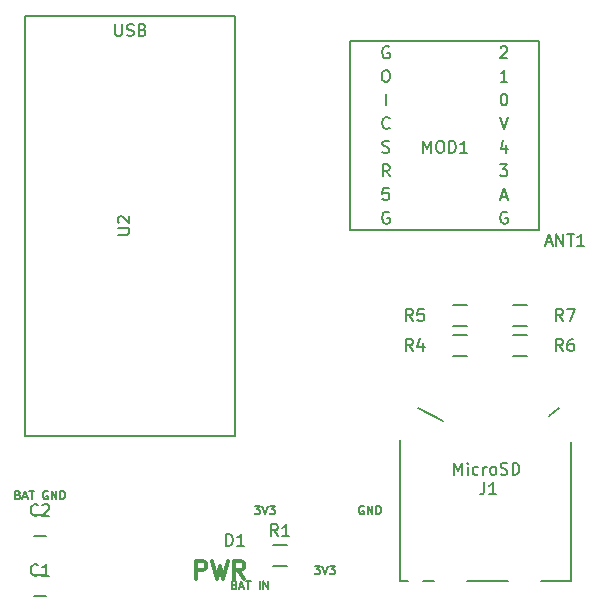
<source format=gto>
G04 #@! TF.FileFunction,Legend,Top*
%FSLAX46Y46*%
G04 Gerber Fmt 4.6, Leading zero omitted, Abs format (unit mm)*
G04 Created by KiCad (PCBNEW 4.0.2-stable) date Saturday, 16 July 2016 'pmt' 14:41:27*
%MOMM*%
G01*
G04 APERTURE LIST*
%ADD10C,0.100000*%
%ADD11C,0.175000*%
%ADD12C,0.300000*%
%ADD13C,0.150000*%
G04 APERTURE END LIST*
D10*
D11*
X72793333Y-69466667D02*
X73226666Y-69466667D01*
X72993333Y-69733333D01*
X73093333Y-69733333D01*
X73160000Y-69766667D01*
X73193333Y-69800000D01*
X73226666Y-69866667D01*
X73226666Y-70033333D01*
X73193333Y-70100000D01*
X73160000Y-70133333D01*
X73093333Y-70166667D01*
X72893333Y-70166667D01*
X72826666Y-70133333D01*
X72793333Y-70100000D01*
X73426667Y-69466667D02*
X73660000Y-70166667D01*
X73893333Y-69466667D01*
X74060000Y-69466667D02*
X74493333Y-69466667D01*
X74260000Y-69733333D01*
X74360000Y-69733333D01*
X74426667Y-69766667D01*
X74460000Y-69800000D01*
X74493333Y-69866667D01*
X74493333Y-70033333D01*
X74460000Y-70100000D01*
X74426667Y-70133333D01*
X74360000Y-70166667D01*
X74160000Y-70166667D01*
X74093333Y-70133333D01*
X74060000Y-70100000D01*
X67713333Y-64386667D02*
X68146666Y-64386667D01*
X67913333Y-64653333D01*
X68013333Y-64653333D01*
X68080000Y-64686667D01*
X68113333Y-64720000D01*
X68146666Y-64786667D01*
X68146666Y-64953333D01*
X68113333Y-65020000D01*
X68080000Y-65053333D01*
X68013333Y-65086667D01*
X67813333Y-65086667D01*
X67746666Y-65053333D01*
X67713333Y-65020000D01*
X68346667Y-64386667D02*
X68580000Y-65086667D01*
X68813333Y-64386667D01*
X68980000Y-64386667D02*
X69413333Y-64386667D01*
X69180000Y-64653333D01*
X69280000Y-64653333D01*
X69346667Y-64686667D01*
X69380000Y-64720000D01*
X69413333Y-64786667D01*
X69413333Y-64953333D01*
X69380000Y-65020000D01*
X69346667Y-65053333D01*
X69280000Y-65086667D01*
X69080000Y-65086667D01*
X69013333Y-65053333D01*
X68980000Y-65020000D01*
X76936667Y-64420000D02*
X76870001Y-64386667D01*
X76770001Y-64386667D01*
X76670001Y-64420000D01*
X76603334Y-64486667D01*
X76570001Y-64553333D01*
X76536667Y-64686667D01*
X76536667Y-64786667D01*
X76570001Y-64920000D01*
X76603334Y-64986667D01*
X76670001Y-65053333D01*
X76770001Y-65086667D01*
X76836667Y-65086667D01*
X76936667Y-65053333D01*
X76970001Y-65020000D01*
X76970001Y-64786667D01*
X76836667Y-64786667D01*
X77270001Y-65086667D02*
X77270001Y-64386667D01*
X77670001Y-65086667D01*
X77670001Y-64386667D01*
X78003334Y-65086667D02*
X78003334Y-64386667D01*
X78170000Y-64386667D01*
X78270000Y-64420000D01*
X78336667Y-64486667D01*
X78370000Y-64553333D01*
X78403334Y-64686667D01*
X78403334Y-64786667D01*
X78370000Y-64920000D01*
X78336667Y-64986667D01*
X78270000Y-65053333D01*
X78170000Y-65086667D01*
X78003334Y-65086667D01*
X47680001Y-63450000D02*
X47780001Y-63483333D01*
X47813334Y-63516667D01*
X47846668Y-63583333D01*
X47846668Y-63683333D01*
X47813334Y-63750000D01*
X47780001Y-63783333D01*
X47713334Y-63816667D01*
X47446668Y-63816667D01*
X47446668Y-63116667D01*
X47680001Y-63116667D01*
X47746668Y-63150000D01*
X47780001Y-63183333D01*
X47813334Y-63250000D01*
X47813334Y-63316667D01*
X47780001Y-63383333D01*
X47746668Y-63416667D01*
X47680001Y-63450000D01*
X47446668Y-63450000D01*
X48113334Y-63616667D02*
X48446668Y-63616667D01*
X48046668Y-63816667D02*
X48280001Y-63116667D01*
X48513334Y-63816667D01*
X48646668Y-63116667D02*
X49046668Y-63116667D01*
X48846668Y-63816667D02*
X48846668Y-63116667D01*
X50180000Y-63150000D02*
X50113334Y-63116667D01*
X50013334Y-63116667D01*
X49913334Y-63150000D01*
X49846667Y-63216667D01*
X49813334Y-63283333D01*
X49780000Y-63416667D01*
X49780000Y-63516667D01*
X49813334Y-63650000D01*
X49846667Y-63716667D01*
X49913334Y-63783333D01*
X50013334Y-63816667D01*
X50080000Y-63816667D01*
X50180000Y-63783333D01*
X50213334Y-63750000D01*
X50213334Y-63516667D01*
X50080000Y-63516667D01*
X50513334Y-63816667D02*
X50513334Y-63116667D01*
X50913334Y-63816667D01*
X50913334Y-63116667D01*
X51246667Y-63816667D02*
X51246667Y-63116667D01*
X51413333Y-63116667D01*
X51513333Y-63150000D01*
X51580000Y-63216667D01*
X51613333Y-63283333D01*
X51646667Y-63416667D01*
X51646667Y-63516667D01*
X51613333Y-63650000D01*
X51580000Y-63716667D01*
X51513333Y-63783333D01*
X51413333Y-63816667D01*
X51246667Y-63816667D01*
X65993334Y-71070000D02*
X66093334Y-71103333D01*
X66126667Y-71136667D01*
X66160001Y-71203333D01*
X66160001Y-71303333D01*
X66126667Y-71370000D01*
X66093334Y-71403333D01*
X66026667Y-71436667D01*
X65760001Y-71436667D01*
X65760001Y-70736667D01*
X65993334Y-70736667D01*
X66060001Y-70770000D01*
X66093334Y-70803333D01*
X66126667Y-70870000D01*
X66126667Y-70936667D01*
X66093334Y-71003333D01*
X66060001Y-71036667D01*
X65993334Y-71070000D01*
X65760001Y-71070000D01*
X66426667Y-71236667D02*
X66760001Y-71236667D01*
X66360001Y-71436667D02*
X66593334Y-70736667D01*
X66826667Y-71436667D01*
X66960001Y-70736667D02*
X67360001Y-70736667D01*
X67160001Y-71436667D02*
X67160001Y-70736667D01*
X68126667Y-71436667D02*
X68126667Y-70736667D01*
X68460000Y-71436667D02*
X68460000Y-70736667D01*
X68860000Y-71436667D01*
X68860000Y-70736667D01*
D12*
X62770000Y-70528571D02*
X62770000Y-69028571D01*
X63341428Y-69028571D01*
X63484286Y-69100000D01*
X63555714Y-69171429D01*
X63627143Y-69314286D01*
X63627143Y-69528571D01*
X63555714Y-69671429D01*
X63484286Y-69742857D01*
X63341428Y-69814286D01*
X62770000Y-69814286D01*
X64127143Y-69028571D02*
X64484286Y-70528571D01*
X64770000Y-69457143D01*
X65055714Y-70528571D01*
X65412857Y-69028571D01*
X66841429Y-70528571D02*
X66341429Y-69814286D01*
X65984286Y-70528571D02*
X65984286Y-69028571D01*
X66555714Y-69028571D01*
X66698572Y-69100000D01*
X66770000Y-69171429D01*
X66841429Y-69314286D01*
X66841429Y-69528571D01*
X66770000Y-69671429D01*
X66698572Y-69742857D01*
X66555714Y-69814286D01*
X65984286Y-69814286D01*
D13*
X49030000Y-71970000D02*
X50030000Y-71970000D01*
X50030000Y-70270000D02*
X49030000Y-70270000D01*
X49030000Y-66890000D02*
X50030000Y-66890000D01*
X50030000Y-65190000D02*
X49030000Y-65190000D01*
X93480000Y-56080000D02*
X92630000Y-56730000D01*
X81530000Y-56080000D02*
X83630000Y-57180000D01*
X94480000Y-58930000D02*
X94480000Y-70730000D01*
X94480000Y-70730000D02*
X93980000Y-70730000D01*
X93780000Y-70730000D02*
X93980000Y-70730000D01*
X91980000Y-70730000D02*
X93780000Y-70730000D01*
X85680000Y-70730000D02*
X89180000Y-70730000D01*
X81930000Y-70730000D02*
X82880000Y-70730000D01*
X80730000Y-70730000D02*
X79980000Y-70730000D01*
X79980000Y-70730000D02*
X79980000Y-58830000D01*
X75820000Y-41020000D02*
X75820000Y-25020000D01*
X91820000Y-41020000D02*
X75820000Y-41020000D01*
X91820000Y-25020000D02*
X91820000Y-41020000D01*
X75820000Y-25020000D02*
X91820000Y-25020000D01*
X70450000Y-69455000D02*
X69250000Y-69455000D01*
X69250000Y-67705000D02*
X70450000Y-67705000D01*
X84490000Y-49925000D02*
X85690000Y-49925000D01*
X85690000Y-51675000D02*
X84490000Y-51675000D01*
X84490000Y-47385000D02*
X85690000Y-47385000D01*
X85690000Y-49135000D02*
X84490000Y-49135000D01*
X90770000Y-51675000D02*
X89570000Y-51675000D01*
X89570000Y-49925000D02*
X90770000Y-49925000D01*
X90770000Y-49135000D02*
X89570000Y-49135000D01*
X89570000Y-47385000D02*
X90770000Y-47385000D01*
X48260000Y-22860000D02*
X66040000Y-22860000D01*
X66040000Y-22860000D02*
X66040000Y-58420000D01*
X66040000Y-58420000D02*
X48260000Y-58420000D01*
X48260000Y-58420000D02*
X48260000Y-22860000D01*
X92360952Y-42076667D02*
X92837143Y-42076667D01*
X92265714Y-42362381D02*
X92599047Y-41362381D01*
X92932381Y-42362381D01*
X93265714Y-42362381D02*
X93265714Y-41362381D01*
X93837143Y-42362381D01*
X93837143Y-41362381D01*
X94170476Y-41362381D02*
X94741905Y-41362381D01*
X94456190Y-42362381D02*
X94456190Y-41362381D01*
X95599048Y-42362381D02*
X95027619Y-42362381D01*
X95313333Y-42362381D02*
X95313333Y-41362381D01*
X95218095Y-41505238D01*
X95122857Y-41600476D01*
X95027619Y-41648095D01*
X49363334Y-70207143D02*
X49315715Y-70254762D01*
X49172858Y-70302381D01*
X49077620Y-70302381D01*
X48934762Y-70254762D01*
X48839524Y-70159524D01*
X48791905Y-70064286D01*
X48744286Y-69873810D01*
X48744286Y-69730952D01*
X48791905Y-69540476D01*
X48839524Y-69445238D01*
X48934762Y-69350000D01*
X49077620Y-69302381D01*
X49172858Y-69302381D01*
X49315715Y-69350000D01*
X49363334Y-69397619D01*
X50315715Y-70302381D02*
X49744286Y-70302381D01*
X50030000Y-70302381D02*
X50030000Y-69302381D01*
X49934762Y-69445238D01*
X49839524Y-69540476D01*
X49744286Y-69588095D01*
X49363334Y-65127143D02*
X49315715Y-65174762D01*
X49172858Y-65222381D01*
X49077620Y-65222381D01*
X48934762Y-65174762D01*
X48839524Y-65079524D01*
X48791905Y-64984286D01*
X48744286Y-64793810D01*
X48744286Y-64650952D01*
X48791905Y-64460476D01*
X48839524Y-64365238D01*
X48934762Y-64270000D01*
X49077620Y-64222381D01*
X49172858Y-64222381D01*
X49315715Y-64270000D01*
X49363334Y-64317619D01*
X49744286Y-64317619D02*
X49791905Y-64270000D01*
X49887143Y-64222381D01*
X50125239Y-64222381D01*
X50220477Y-64270000D01*
X50268096Y-64317619D01*
X50315715Y-64412857D01*
X50315715Y-64508095D01*
X50268096Y-64650952D01*
X49696667Y-65222381D01*
X50315715Y-65222381D01*
X87146667Y-62382381D02*
X87146667Y-63096667D01*
X87099047Y-63239524D01*
X87003809Y-63334762D01*
X86860952Y-63382381D01*
X86765714Y-63382381D01*
X88146667Y-63382381D02*
X87575238Y-63382381D01*
X87860952Y-63382381D02*
X87860952Y-62382381D01*
X87765714Y-62525238D01*
X87670476Y-62620476D01*
X87575238Y-62668095D01*
X84591905Y-61732381D02*
X84591905Y-60732381D01*
X84925239Y-61446667D01*
X85258572Y-60732381D01*
X85258572Y-61732381D01*
X85734762Y-61732381D02*
X85734762Y-61065714D01*
X85734762Y-60732381D02*
X85687143Y-60780000D01*
X85734762Y-60827619D01*
X85782381Y-60780000D01*
X85734762Y-60732381D01*
X85734762Y-60827619D01*
X86639524Y-61684762D02*
X86544286Y-61732381D01*
X86353809Y-61732381D01*
X86258571Y-61684762D01*
X86210952Y-61637143D01*
X86163333Y-61541905D01*
X86163333Y-61256190D01*
X86210952Y-61160952D01*
X86258571Y-61113333D01*
X86353809Y-61065714D01*
X86544286Y-61065714D01*
X86639524Y-61113333D01*
X87068095Y-61732381D02*
X87068095Y-61065714D01*
X87068095Y-61256190D02*
X87115714Y-61160952D01*
X87163333Y-61113333D01*
X87258571Y-61065714D01*
X87353810Y-61065714D01*
X87830000Y-61732381D02*
X87734762Y-61684762D01*
X87687143Y-61637143D01*
X87639524Y-61541905D01*
X87639524Y-61256190D01*
X87687143Y-61160952D01*
X87734762Y-61113333D01*
X87830000Y-61065714D01*
X87972858Y-61065714D01*
X88068096Y-61113333D01*
X88115715Y-61160952D01*
X88163334Y-61256190D01*
X88163334Y-61541905D01*
X88115715Y-61637143D01*
X88068096Y-61684762D01*
X87972858Y-61732381D01*
X87830000Y-61732381D01*
X88544286Y-61684762D02*
X88687143Y-61732381D01*
X88925239Y-61732381D01*
X89020477Y-61684762D01*
X89068096Y-61637143D01*
X89115715Y-61541905D01*
X89115715Y-61446667D01*
X89068096Y-61351429D01*
X89020477Y-61303810D01*
X88925239Y-61256190D01*
X88734762Y-61208571D01*
X88639524Y-61160952D01*
X88591905Y-61113333D01*
X88544286Y-61018095D01*
X88544286Y-60922857D01*
X88591905Y-60827619D01*
X88639524Y-60780000D01*
X88734762Y-60732381D01*
X88972858Y-60732381D01*
X89115715Y-60780000D01*
X89544286Y-61732381D02*
X89544286Y-60732381D01*
X89782381Y-60732381D01*
X89925239Y-60780000D01*
X90020477Y-60875238D01*
X90068096Y-60970476D01*
X90115715Y-61160952D01*
X90115715Y-61303810D01*
X90068096Y-61494286D01*
X90020477Y-61589524D01*
X89925239Y-61684762D01*
X89782381Y-61732381D01*
X89544286Y-61732381D01*
X81986667Y-34472381D02*
X81986667Y-33472381D01*
X82320001Y-34186667D01*
X82653334Y-33472381D01*
X82653334Y-34472381D01*
X83320000Y-33472381D02*
X83510477Y-33472381D01*
X83605715Y-33520000D01*
X83700953Y-33615238D01*
X83748572Y-33805714D01*
X83748572Y-34139048D01*
X83700953Y-34329524D01*
X83605715Y-34424762D01*
X83510477Y-34472381D01*
X83320000Y-34472381D01*
X83224762Y-34424762D01*
X83129524Y-34329524D01*
X83081905Y-34139048D01*
X83081905Y-33805714D01*
X83129524Y-33615238D01*
X83224762Y-33520000D01*
X83320000Y-33472381D01*
X84177143Y-34472381D02*
X84177143Y-33472381D01*
X84415238Y-33472381D01*
X84558096Y-33520000D01*
X84653334Y-33615238D01*
X84700953Y-33710476D01*
X84748572Y-33900952D01*
X84748572Y-34043810D01*
X84700953Y-34234286D01*
X84653334Y-34329524D01*
X84558096Y-34424762D01*
X84415238Y-34472381D01*
X84177143Y-34472381D01*
X85700953Y-34472381D02*
X85129524Y-34472381D01*
X85415238Y-34472381D02*
X85415238Y-33472381D01*
X85320000Y-33615238D01*
X85224762Y-33710476D01*
X85129524Y-33758095D01*
X88534286Y-25567619D02*
X88581905Y-25520000D01*
X88677143Y-25472381D01*
X88915239Y-25472381D01*
X89010477Y-25520000D01*
X89058096Y-25567619D01*
X89105715Y-25662857D01*
X89105715Y-25758095D01*
X89058096Y-25900952D01*
X88486667Y-26472381D01*
X89105715Y-26472381D01*
X89105715Y-28472381D02*
X88534286Y-28472381D01*
X88820000Y-28472381D02*
X88820000Y-27472381D01*
X88724762Y-27615238D01*
X88629524Y-27710476D01*
X88534286Y-27758095D01*
X88772381Y-29472381D02*
X88867620Y-29472381D01*
X88962858Y-29520000D01*
X89010477Y-29567619D01*
X89058096Y-29662857D01*
X89105715Y-29853333D01*
X89105715Y-30091429D01*
X89058096Y-30281905D01*
X89010477Y-30377143D01*
X88962858Y-30424762D01*
X88867620Y-30472381D01*
X88772381Y-30472381D01*
X88677143Y-30424762D01*
X88629524Y-30377143D01*
X88581905Y-30281905D01*
X88534286Y-30091429D01*
X88534286Y-29853333D01*
X88581905Y-29662857D01*
X88629524Y-29567619D01*
X88677143Y-29520000D01*
X88772381Y-29472381D01*
X88486667Y-31472381D02*
X88820000Y-32472381D01*
X89153334Y-31472381D01*
X89010477Y-33805714D02*
X89010477Y-34472381D01*
X88772381Y-33424762D02*
X88534286Y-34139048D01*
X89153334Y-34139048D01*
X88486667Y-35472381D02*
X89105715Y-35472381D01*
X88772381Y-35853333D01*
X88915239Y-35853333D01*
X89010477Y-35900952D01*
X89058096Y-35948571D01*
X89105715Y-36043810D01*
X89105715Y-36281905D01*
X89058096Y-36377143D01*
X89010477Y-36424762D01*
X88915239Y-36472381D01*
X88629524Y-36472381D01*
X88534286Y-36424762D01*
X88486667Y-36377143D01*
X79058096Y-37472381D02*
X78581905Y-37472381D01*
X78534286Y-37948571D01*
X78581905Y-37900952D01*
X78677143Y-37853333D01*
X78915239Y-37853333D01*
X79010477Y-37900952D01*
X79058096Y-37948571D01*
X79105715Y-38043810D01*
X79105715Y-38281905D01*
X79058096Y-38377143D01*
X79010477Y-38424762D01*
X78915239Y-38472381D01*
X78677143Y-38472381D01*
X78581905Y-38424762D01*
X78534286Y-38377143D01*
X79129524Y-36472381D02*
X78796190Y-35996190D01*
X78558095Y-36472381D02*
X78558095Y-35472381D01*
X78939048Y-35472381D01*
X79034286Y-35520000D01*
X79081905Y-35567619D01*
X79129524Y-35662857D01*
X79129524Y-35805714D01*
X79081905Y-35900952D01*
X79034286Y-35948571D01*
X78939048Y-35996190D01*
X78558095Y-35996190D01*
X78534286Y-34424762D02*
X78677143Y-34472381D01*
X78915239Y-34472381D01*
X79010477Y-34424762D01*
X79058096Y-34377143D01*
X79105715Y-34281905D01*
X79105715Y-34186667D01*
X79058096Y-34091429D01*
X79010477Y-34043810D01*
X78915239Y-33996190D01*
X78724762Y-33948571D01*
X78629524Y-33900952D01*
X78581905Y-33853333D01*
X78534286Y-33758095D01*
X78534286Y-33662857D01*
X78581905Y-33567619D01*
X78629524Y-33520000D01*
X78724762Y-33472381D01*
X78962858Y-33472381D01*
X79105715Y-33520000D01*
X79129524Y-32377143D02*
X79081905Y-32424762D01*
X78939048Y-32472381D01*
X78843810Y-32472381D01*
X78700952Y-32424762D01*
X78605714Y-32329524D01*
X78558095Y-32234286D01*
X78510476Y-32043810D01*
X78510476Y-31900952D01*
X78558095Y-31710476D01*
X78605714Y-31615238D01*
X78700952Y-31520000D01*
X78843810Y-31472381D01*
X78939048Y-31472381D01*
X79081905Y-31520000D01*
X79129524Y-31567619D01*
X78820000Y-30472381D02*
X78820000Y-29472381D01*
X78724762Y-27472381D02*
X78915239Y-27472381D01*
X79010477Y-27520000D01*
X79105715Y-27615238D01*
X79153334Y-27805714D01*
X79153334Y-28139048D01*
X79105715Y-28329524D01*
X79010477Y-28424762D01*
X78915239Y-28472381D01*
X78724762Y-28472381D01*
X78629524Y-28424762D01*
X78534286Y-28329524D01*
X78486667Y-28139048D01*
X78486667Y-27805714D01*
X78534286Y-27615238D01*
X78629524Y-27520000D01*
X78724762Y-27472381D01*
X88581905Y-38186667D02*
X89058096Y-38186667D01*
X88486667Y-38472381D02*
X88820000Y-37472381D01*
X89153334Y-38472381D01*
X89081905Y-39520000D02*
X88986667Y-39472381D01*
X88843810Y-39472381D01*
X88700952Y-39520000D01*
X88605714Y-39615238D01*
X88558095Y-39710476D01*
X88510476Y-39900952D01*
X88510476Y-40043810D01*
X88558095Y-40234286D01*
X88605714Y-40329524D01*
X88700952Y-40424762D01*
X88843810Y-40472381D01*
X88939048Y-40472381D01*
X89081905Y-40424762D01*
X89129524Y-40377143D01*
X89129524Y-40043810D01*
X88939048Y-40043810D01*
X79081905Y-39520000D02*
X78986667Y-39472381D01*
X78843810Y-39472381D01*
X78700952Y-39520000D01*
X78605714Y-39615238D01*
X78558095Y-39710476D01*
X78510476Y-39900952D01*
X78510476Y-40043810D01*
X78558095Y-40234286D01*
X78605714Y-40329524D01*
X78700952Y-40424762D01*
X78843810Y-40472381D01*
X78939048Y-40472381D01*
X79081905Y-40424762D01*
X79129524Y-40377143D01*
X79129524Y-40043810D01*
X78939048Y-40043810D01*
X79081905Y-25520000D02*
X78986667Y-25472381D01*
X78843810Y-25472381D01*
X78700952Y-25520000D01*
X78605714Y-25615238D01*
X78558095Y-25710476D01*
X78510476Y-25900952D01*
X78510476Y-26043810D01*
X78558095Y-26234286D01*
X78605714Y-26329524D01*
X78700952Y-26424762D01*
X78843810Y-26472381D01*
X78939048Y-26472381D01*
X79081905Y-26424762D01*
X79129524Y-26377143D01*
X79129524Y-26043810D01*
X78939048Y-26043810D01*
X69683334Y-66932381D02*
X69350000Y-66456190D01*
X69111905Y-66932381D02*
X69111905Y-65932381D01*
X69492858Y-65932381D01*
X69588096Y-65980000D01*
X69635715Y-66027619D01*
X69683334Y-66122857D01*
X69683334Y-66265714D01*
X69635715Y-66360952D01*
X69588096Y-66408571D01*
X69492858Y-66456190D01*
X69111905Y-66456190D01*
X70635715Y-66932381D02*
X70064286Y-66932381D01*
X70350000Y-66932381D02*
X70350000Y-65932381D01*
X70254762Y-66075238D01*
X70159524Y-66170476D01*
X70064286Y-66218095D01*
X81113334Y-51252381D02*
X80780000Y-50776190D01*
X80541905Y-51252381D02*
X80541905Y-50252381D01*
X80922858Y-50252381D01*
X81018096Y-50300000D01*
X81065715Y-50347619D01*
X81113334Y-50442857D01*
X81113334Y-50585714D01*
X81065715Y-50680952D01*
X81018096Y-50728571D01*
X80922858Y-50776190D01*
X80541905Y-50776190D01*
X81970477Y-50585714D02*
X81970477Y-51252381D01*
X81732381Y-50204762D02*
X81494286Y-50919048D01*
X82113334Y-50919048D01*
X81113334Y-48712381D02*
X80780000Y-48236190D01*
X80541905Y-48712381D02*
X80541905Y-47712381D01*
X80922858Y-47712381D01*
X81018096Y-47760000D01*
X81065715Y-47807619D01*
X81113334Y-47902857D01*
X81113334Y-48045714D01*
X81065715Y-48140952D01*
X81018096Y-48188571D01*
X80922858Y-48236190D01*
X80541905Y-48236190D01*
X82018096Y-47712381D02*
X81541905Y-47712381D01*
X81494286Y-48188571D01*
X81541905Y-48140952D01*
X81637143Y-48093333D01*
X81875239Y-48093333D01*
X81970477Y-48140952D01*
X82018096Y-48188571D01*
X82065715Y-48283810D01*
X82065715Y-48521905D01*
X82018096Y-48617143D01*
X81970477Y-48664762D01*
X81875239Y-48712381D01*
X81637143Y-48712381D01*
X81541905Y-48664762D01*
X81494286Y-48617143D01*
X93813334Y-51252381D02*
X93480000Y-50776190D01*
X93241905Y-51252381D02*
X93241905Y-50252381D01*
X93622858Y-50252381D01*
X93718096Y-50300000D01*
X93765715Y-50347619D01*
X93813334Y-50442857D01*
X93813334Y-50585714D01*
X93765715Y-50680952D01*
X93718096Y-50728571D01*
X93622858Y-50776190D01*
X93241905Y-50776190D01*
X94670477Y-50252381D02*
X94480000Y-50252381D01*
X94384762Y-50300000D01*
X94337143Y-50347619D01*
X94241905Y-50490476D01*
X94194286Y-50680952D01*
X94194286Y-51061905D01*
X94241905Y-51157143D01*
X94289524Y-51204762D01*
X94384762Y-51252381D01*
X94575239Y-51252381D01*
X94670477Y-51204762D01*
X94718096Y-51157143D01*
X94765715Y-51061905D01*
X94765715Y-50823810D01*
X94718096Y-50728571D01*
X94670477Y-50680952D01*
X94575239Y-50633333D01*
X94384762Y-50633333D01*
X94289524Y-50680952D01*
X94241905Y-50728571D01*
X94194286Y-50823810D01*
X93813334Y-48712381D02*
X93480000Y-48236190D01*
X93241905Y-48712381D02*
X93241905Y-47712381D01*
X93622858Y-47712381D01*
X93718096Y-47760000D01*
X93765715Y-47807619D01*
X93813334Y-47902857D01*
X93813334Y-48045714D01*
X93765715Y-48140952D01*
X93718096Y-48188571D01*
X93622858Y-48236190D01*
X93241905Y-48236190D01*
X94146667Y-47712381D02*
X94813334Y-47712381D01*
X94384762Y-48712381D01*
X56102381Y-41401905D02*
X56911905Y-41401905D01*
X57007143Y-41354286D01*
X57054762Y-41306667D01*
X57102381Y-41211429D01*
X57102381Y-41020952D01*
X57054762Y-40925714D01*
X57007143Y-40878095D01*
X56911905Y-40830476D01*
X56102381Y-40830476D01*
X56197619Y-40401905D02*
X56150000Y-40354286D01*
X56102381Y-40259048D01*
X56102381Y-40020952D01*
X56150000Y-39925714D01*
X56197619Y-39878095D01*
X56292857Y-39830476D01*
X56388095Y-39830476D01*
X56530952Y-39878095D01*
X57102381Y-40449524D01*
X57102381Y-39830476D01*
X55888095Y-23582381D02*
X55888095Y-24391905D01*
X55935714Y-24487143D01*
X55983333Y-24534762D01*
X56078571Y-24582381D01*
X56269048Y-24582381D01*
X56364286Y-24534762D01*
X56411905Y-24487143D01*
X56459524Y-24391905D01*
X56459524Y-23582381D01*
X56888095Y-24534762D02*
X57030952Y-24582381D01*
X57269048Y-24582381D01*
X57364286Y-24534762D01*
X57411905Y-24487143D01*
X57459524Y-24391905D01*
X57459524Y-24296667D01*
X57411905Y-24201429D01*
X57364286Y-24153810D01*
X57269048Y-24106190D01*
X57078571Y-24058571D01*
X56983333Y-24010952D01*
X56935714Y-23963333D01*
X56888095Y-23868095D01*
X56888095Y-23772857D01*
X56935714Y-23677619D01*
X56983333Y-23630000D01*
X57078571Y-23582381D01*
X57316667Y-23582381D01*
X57459524Y-23630000D01*
X58221429Y-24058571D02*
X58364286Y-24106190D01*
X58411905Y-24153810D01*
X58459524Y-24249048D01*
X58459524Y-24391905D01*
X58411905Y-24487143D01*
X58364286Y-24534762D01*
X58269048Y-24582381D01*
X57888095Y-24582381D01*
X57888095Y-23582381D01*
X58221429Y-23582381D01*
X58316667Y-23630000D01*
X58364286Y-23677619D01*
X58411905Y-23772857D01*
X58411905Y-23868095D01*
X58364286Y-23963333D01*
X58316667Y-24010952D01*
X58221429Y-24058571D01*
X57888095Y-24058571D01*
X65301905Y-67762381D02*
X65301905Y-66762381D01*
X65540000Y-66762381D01*
X65682858Y-66810000D01*
X65778096Y-66905238D01*
X65825715Y-67000476D01*
X65873334Y-67190952D01*
X65873334Y-67333810D01*
X65825715Y-67524286D01*
X65778096Y-67619524D01*
X65682858Y-67714762D01*
X65540000Y-67762381D01*
X65301905Y-67762381D01*
X66825715Y-67762381D02*
X66254286Y-67762381D01*
X66540000Y-67762381D02*
X66540000Y-66762381D01*
X66444762Y-66905238D01*
X66349524Y-67000476D01*
X66254286Y-67048095D01*
M02*

</source>
